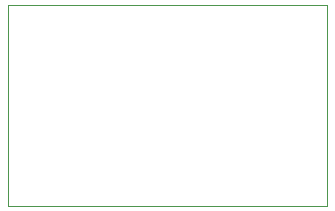
<source format=gbr>
%TF.GenerationSoftware,KiCad,Pcbnew,9.0.6-9.0.6~ubuntu22.04.1*%
%TF.CreationDate,2026-02-12T12:00:21+09:00*%
%TF.ProjectId,usb_typec_serial_insulation_adum1412,7573625f-7479-4706-9563-5f7365726961,V1.0*%
%TF.SameCoordinates,Original*%
%TF.FileFunction,Profile,NP*%
%FSLAX46Y46*%
G04 Gerber Fmt 4.6, Leading zero omitted, Abs format (unit mm)*
G04 Created by KiCad (PCBNEW 9.0.6-9.0.6~ubuntu22.04.1) date 2026-02-12 12:00:21*
%MOMM*%
%LPD*%
G01*
G04 APERTURE LIST*
%TA.AperFunction,Profile*%
%ADD10C,0.050000*%
%TD*%
G04 APERTURE END LIST*
D10*
X128000000Y-106000000D02*
X128000000Y-89000000D01*
X155000000Y-89000000D02*
X155000000Y-106000000D01*
X155000000Y-106000000D02*
X128000000Y-106000000D01*
X128000000Y-89000000D02*
X155000000Y-89000000D01*
M02*

</source>
